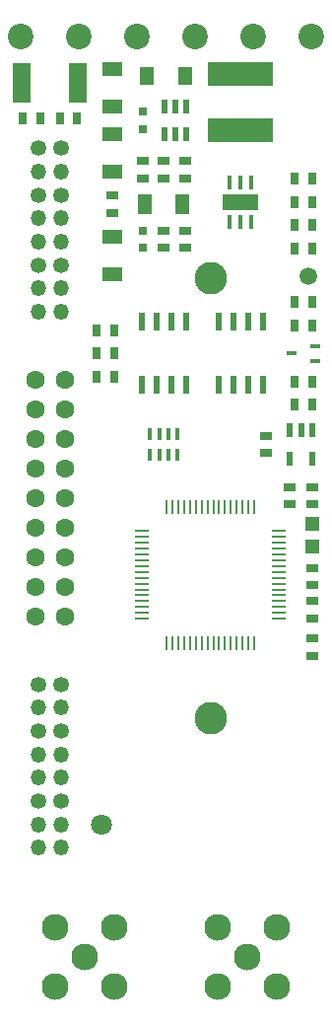
<source format=gbs>
G04 #@! TF.GenerationSoftware,KiCad,Pcbnew,(5.1.9)-1*
G04 #@! TF.CreationDate,2023-02-20T21:36:59+01:00*
G04 #@! TF.ProjectId,Base,42617365-2e6b-4696-9361-645f70636258,rev?*
G04 #@! TF.SameCoordinates,PXd59f80PYd59f80*
G04 #@! TF.FileFunction,Soldermask,Bot*
G04 #@! TF.FilePolarity,Negative*
%FSLAX46Y46*%
G04 Gerber Fmt 4.6, Leading zero omitted, Abs format (unit mm)*
G04 Created by KiCad (PCBNEW (5.1.9)-1) date 2023-02-20 21:36:59*
%MOMM*%
%LPD*%
G01*
G04 APERTURE LIST*
%ADD10R,0.250000X1.300000*%
%ADD11R,1.300000X0.250000*%
%ADD12R,0.700000X1.000000*%
%ADD13C,1.500000*%
%ADD14C,2.800000*%
%ADD15R,0.700000X0.700000*%
%ADD16R,1.600000X3.500000*%
%ADD17R,1.000000X0.700000*%
%ADD18O,1.350000X1.350000*%
%ADD19C,1.350000*%
%ADD20C,1.600000*%
%ADD21C,2.300000*%
%ADD22C,2.200000*%
%ADD23R,1.200000X1.600000*%
%ADD24R,1.500000X1.400000*%
%ADD25R,0.450000X1.200000*%
%ADD26R,1.200000X1.700000*%
%ADD27R,1.700000X1.200000*%
%ADD28R,0.550000X1.200000*%
%ADD29R,5.600000X2.000000*%
%ADD30R,0.900000X0.450000*%
%ADD31R,0.600000X1.600000*%
%ADD32C,0.350000*%
%ADD33C,1.800000*%
%ADD34R,0.400000X1.100000*%
%ADD35R,1.200000X1.200000*%
G04 APERTURE END LIST*
D10*
X23550000Y-43750000D03*
X23050000Y-43750000D03*
X22550000Y-43750000D03*
X22050000Y-43750000D03*
X21550000Y-43750000D03*
X21050000Y-43750000D03*
X20550000Y-43750000D03*
X20050000Y-43750000D03*
X19550000Y-43750000D03*
X19050000Y-43750000D03*
X18550000Y-43750000D03*
X18050000Y-43750000D03*
X17550000Y-43750000D03*
X17050000Y-43750000D03*
X16550000Y-43750000D03*
X16050000Y-43750000D03*
D11*
X13950000Y-45850000D03*
X13950000Y-46350000D03*
X13950000Y-46850000D03*
X13950000Y-47350000D03*
X13950000Y-47850000D03*
X13950000Y-48350000D03*
X13950000Y-48850000D03*
X13950000Y-49350000D03*
X13950000Y-49850000D03*
X13950000Y-50350000D03*
X13950000Y-50850000D03*
X13950000Y-51350000D03*
X13950000Y-51850000D03*
X13950000Y-52350000D03*
X13950000Y-52850000D03*
X13950000Y-53350000D03*
D10*
X16050000Y-55450000D03*
X16550000Y-55450000D03*
X17050000Y-55450000D03*
X17550000Y-55450000D03*
X18050000Y-55450000D03*
X18550000Y-55450000D03*
X19050000Y-55450000D03*
X19550000Y-55450000D03*
X20050000Y-55450000D03*
X20550000Y-55450000D03*
X21050000Y-55450000D03*
X21550000Y-55450000D03*
X22050000Y-55450000D03*
X22550000Y-55450000D03*
X23050000Y-55450000D03*
X23550000Y-55450000D03*
D11*
X25650000Y-53350000D03*
X25650000Y-52850000D03*
X25650000Y-52350000D03*
X25650000Y-51850000D03*
X25650000Y-51350000D03*
X25650000Y-50850000D03*
X25650000Y-50350000D03*
X25650000Y-49850000D03*
X25650000Y-49350000D03*
X25650000Y-48850000D03*
X25650000Y-48350000D03*
X25650000Y-47850000D03*
X25650000Y-47350000D03*
X25650000Y-46850000D03*
X25650000Y-46350000D03*
X25650000Y-45850000D03*
D12*
X27050000Y-28200000D03*
X28550000Y-28200000D03*
X28550000Y-33000000D03*
X27050000Y-33000000D03*
D13*
X28200000Y-24000000D03*
D14*
X19800000Y-24100000D03*
X19800000Y-61900000D03*
D15*
X14000000Y-9850000D03*
X14000000Y-11350000D03*
D16*
X8440000Y-7400000D03*
X3560000Y-7400000D03*
D12*
X28550000Y-15600000D03*
X27050000Y-15600000D03*
X28550000Y-26200000D03*
X27050000Y-26200000D03*
D17*
X15800000Y-15550000D03*
X15800000Y-14050000D03*
D18*
X5000000Y-73000000D03*
X5000000Y-71000000D03*
D19*
X5000000Y-69000000D03*
D18*
X7000000Y-71000000D03*
D19*
X7000000Y-69000000D03*
D18*
X7000000Y-73000000D03*
X7000000Y-67000000D03*
X5000000Y-67000000D03*
D19*
X7000000Y-59000000D03*
D18*
X7000000Y-61000000D03*
X7000000Y-65000000D03*
D19*
X7000000Y-63000000D03*
X5000000Y-63000000D03*
D18*
X5000000Y-65000000D03*
X5000000Y-61000000D03*
D19*
X5000000Y-59000000D03*
D18*
X5000000Y-27000000D03*
X5000000Y-25000000D03*
D19*
X5000000Y-23000000D03*
D18*
X7000000Y-25000000D03*
D19*
X7000000Y-23000000D03*
D18*
X7000000Y-27000000D03*
X7000000Y-21000000D03*
X5000000Y-21000000D03*
D19*
X7000000Y-13000000D03*
D18*
X7000000Y-15000000D03*
X7000000Y-19000000D03*
D19*
X7000000Y-17000000D03*
X5000000Y-17000000D03*
D18*
X5000000Y-19000000D03*
X5000000Y-15000000D03*
D19*
X5000000Y-13000000D03*
D12*
X28550000Y-21600000D03*
X27050000Y-21600000D03*
X28550000Y-19600000D03*
X27050000Y-19600000D03*
D20*
X4730000Y-40460000D03*
X4730000Y-50620000D03*
X4730000Y-48080000D03*
X4730000Y-35380000D03*
X4730000Y-53160000D03*
X4730000Y-32840000D03*
X4730000Y-45540000D03*
X4730000Y-43000000D03*
X4730000Y-37920000D03*
X7270000Y-53160000D03*
X7270000Y-32840000D03*
X7270000Y-35380000D03*
X7270000Y-37920000D03*
X7270000Y-40460000D03*
X7270000Y-43000000D03*
X7270000Y-45540000D03*
X7270000Y-48080000D03*
X7270000Y-50620000D03*
D21*
X11540000Y-84898200D03*
X6460000Y-84898200D03*
X6460000Y-79818200D03*
X11540000Y-79818200D03*
X9000000Y-82400000D03*
X25540000Y-84898200D03*
X20460000Y-84898200D03*
X20460000Y-79818200D03*
X25540000Y-79818200D03*
X23000000Y-82400000D03*
D22*
X3500000Y-3400000D03*
X13500000Y-3400000D03*
X8500000Y-3400000D03*
X18500000Y-3400000D03*
X23500000Y-3400000D03*
X28500000Y-3400000D03*
D23*
X17650000Y-6800000D03*
X14350000Y-6800000D03*
D24*
X23150000Y-17600000D03*
X21650000Y-17600000D03*
D25*
X21450000Y-19300000D03*
X22400000Y-19300000D03*
X23350000Y-19300000D03*
X21450000Y-15900000D03*
X23350000Y-15900000D03*
X22400000Y-15900000D03*
D12*
X6850000Y-10400000D03*
X8350000Y-10400000D03*
D17*
X17600000Y-14050000D03*
X17600000Y-15550000D03*
D26*
X14200000Y-17800000D03*
X17400000Y-17800000D03*
D12*
X28550000Y-17600000D03*
X27050000Y-17600000D03*
D27*
X11400000Y-20600000D03*
X11400000Y-23800000D03*
D28*
X16800000Y-9393500D03*
X17752500Y-9393500D03*
X15847500Y-9393500D03*
X15847500Y-11806500D03*
X16800000Y-11806500D03*
X17752500Y-11806500D03*
D29*
X22400000Y-6600000D03*
X22400000Y-11400000D03*
D17*
X14000000Y-14050000D03*
X14000000Y-15550000D03*
X17600000Y-20050000D03*
X17600000Y-21550000D03*
X11400000Y-17050000D03*
X11400000Y-18550000D03*
X15800000Y-21550000D03*
X15800000Y-20050000D03*
D15*
X14000000Y-21550000D03*
X14000000Y-20050000D03*
D12*
X3650000Y-10400000D03*
X5150000Y-10400000D03*
D30*
X28850000Y-31250000D03*
X28850000Y-29950000D03*
X26750000Y-30600000D03*
D27*
X11400000Y-6200000D03*
X11400000Y-9400000D03*
X11400000Y-15000000D03*
X11400000Y-11800000D03*
D12*
X27050000Y-35000000D03*
X28550000Y-35000000D03*
D31*
X20495000Y-33300000D03*
X21765000Y-33300000D03*
X20495000Y-27900000D03*
X21765000Y-27900000D03*
X23035000Y-33300000D03*
X24305000Y-33300000D03*
X23035000Y-27900000D03*
X24305000Y-27900000D03*
D32*
X9950000Y-71450000D03*
X10850000Y-71450000D03*
X10850000Y-70550000D03*
X9950000Y-70550000D03*
X10400000Y-71600000D03*
X11000000Y-71000000D03*
X10400000Y-70400000D03*
X9800000Y-71000000D03*
D33*
X10400000Y-71000000D03*
D34*
X14600000Y-39250000D03*
X14600000Y-37550000D03*
X17000000Y-37550000D03*
X17000000Y-39250000D03*
X16200000Y-39250000D03*
X16200000Y-37550000D03*
X15400000Y-37550000D03*
X15400000Y-39250000D03*
D17*
X28600000Y-51850000D03*
X28600000Y-53350000D03*
X26600000Y-42050000D03*
X26600000Y-43550000D03*
X28600000Y-43550000D03*
X28600000Y-42050000D03*
X28600000Y-50500000D03*
X28600000Y-49000000D03*
X28600000Y-55050000D03*
X28600000Y-56550000D03*
X24600000Y-39150000D03*
X24600000Y-37650000D03*
D28*
X26647500Y-37193500D03*
X27600000Y-37193500D03*
X28552500Y-37193500D03*
X28552500Y-39606500D03*
X26647500Y-39606500D03*
D35*
X28600000Y-45200000D03*
X28600000Y-47200000D03*
D31*
X13895000Y-33300000D03*
X15165000Y-33300000D03*
X13895000Y-27900000D03*
X15165000Y-27900000D03*
X16435000Y-33300000D03*
X17705000Y-33300000D03*
X16435000Y-27900000D03*
X17705000Y-27900000D03*
D12*
X10050000Y-32600000D03*
X11550000Y-32600000D03*
X10050000Y-30600000D03*
X11550000Y-30600000D03*
X11550000Y-28600000D03*
X10050000Y-28600000D03*
M02*

</source>
